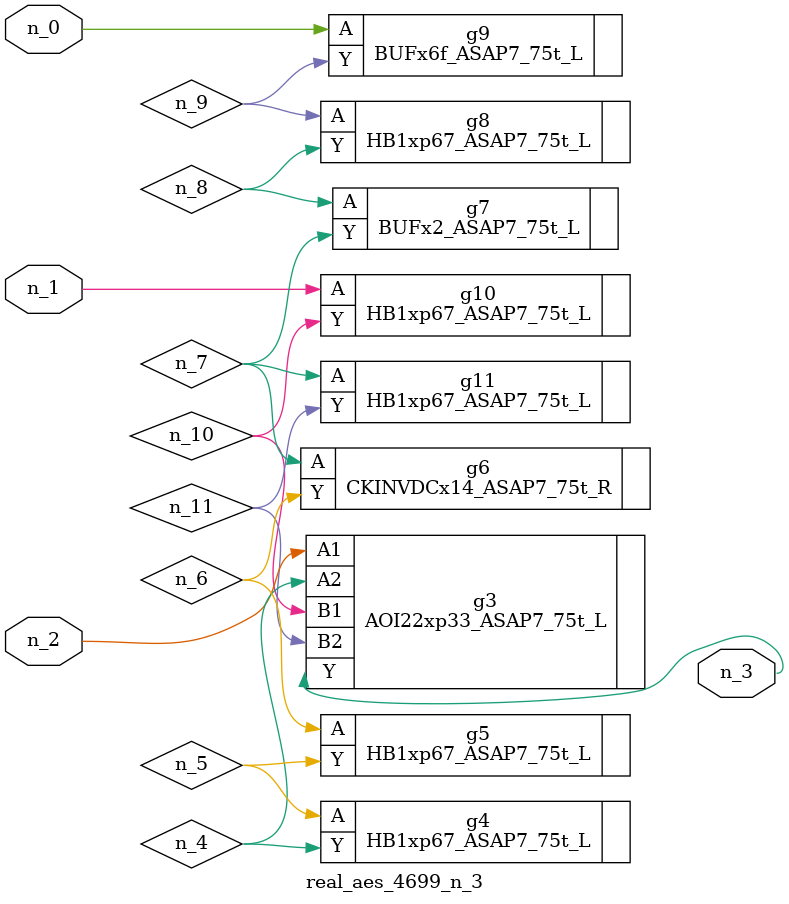
<source format=v>
module real_aes_4699_n_3 (n_0, n_2, n_1, n_3);
input n_0;
input n_2;
input n_1;
output n_3;
wire n_4;
wire n_5;
wire n_7;
wire n_8;
wire n_6;
wire n_9;
wire n_10;
wire n_11;
BUFx6f_ASAP7_75t_L g9 ( .A(n_0), .Y(n_9) );
HB1xp67_ASAP7_75t_L g10 ( .A(n_1), .Y(n_10) );
AOI22xp33_ASAP7_75t_L g3 ( .A1(n_2), .A2(n_4), .B1(n_10), .B2(n_11), .Y(n_3) );
HB1xp67_ASAP7_75t_L g4 ( .A(n_5), .Y(n_4) );
HB1xp67_ASAP7_75t_L g5 ( .A(n_6), .Y(n_5) );
CKINVDCx14_ASAP7_75t_R g6 ( .A(n_7), .Y(n_6) );
HB1xp67_ASAP7_75t_L g11 ( .A(n_7), .Y(n_11) );
BUFx2_ASAP7_75t_L g7 ( .A(n_8), .Y(n_7) );
HB1xp67_ASAP7_75t_L g8 ( .A(n_9), .Y(n_8) );
endmodule
</source>
